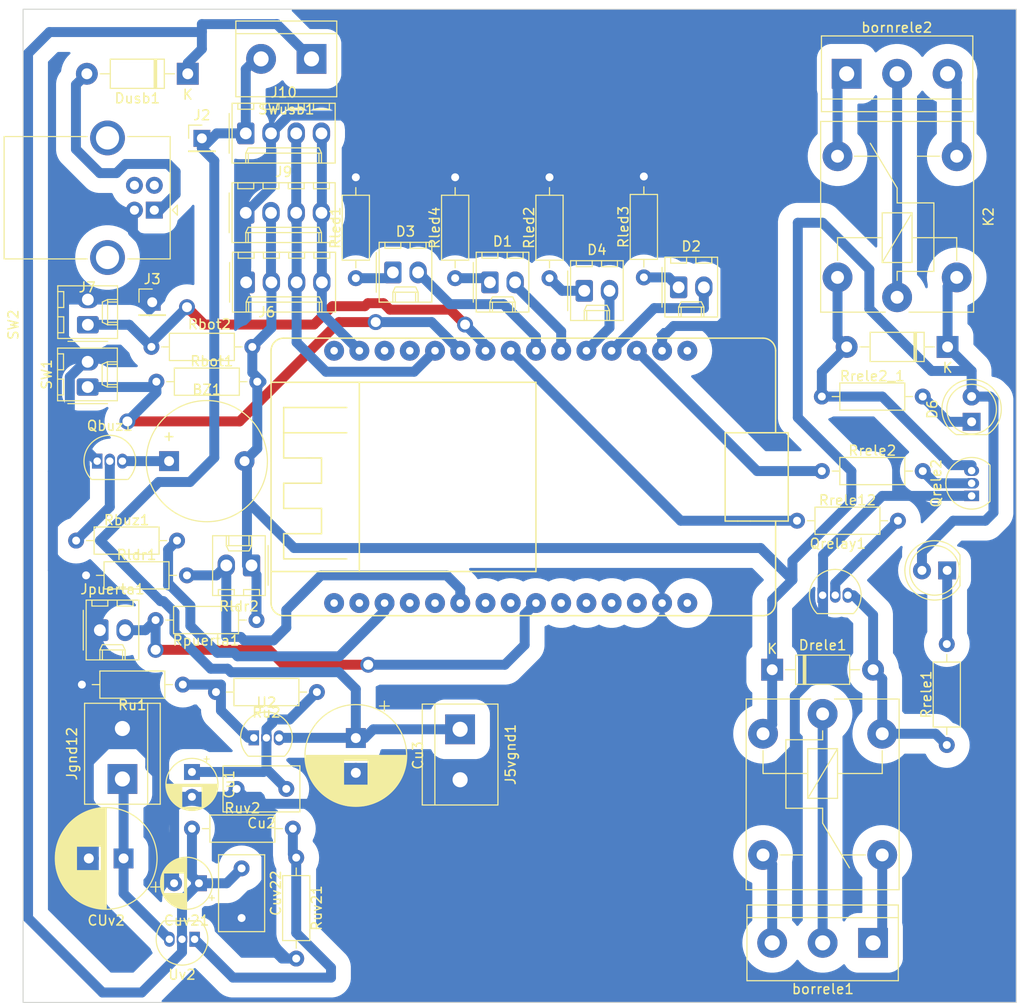
<source format=kicad_pcb>
(kicad_pcb (version 20240108) (generator "pcbnew") (generator_version "8.0")
  (layers (0 "F.Cu" signal) (31 "B.Cu" signal) (34 "B.Paste" user) (35 "F.Paste" user) (36 "B.SilkS" user "B.Silkscreen") (37 "F.SilkS" user "F.Silkscreen") (38 "B.Mask" user) (39 "F.Mask" user) (44 "Edge.Cuts" user))
  (net 0 "")
  (net 1 "Net-(BZ1--)")
  (net 2 "+3.3V")
  (net 3 "+5V")
  (net 4 "GND")
  (net 5 "+3V3")
  (net 6 "+12V")
  (net 7 "5V PREVIO AL SWITCH")
  (net 8 "Net-(D1-K)")
  (net 9 "LED-B2")
  (net 10 "Net-(D2-K)")
  (net 11 "LED-A2")
  (net 12 "Net-(D3-K)")
  (net 13 "LED-A1")
  (net 14 "Net-(D4-K)")
  (net 15 "LED-B1")
  (net 16 "Net-(D5-K)")
  (net 17 "Net-(D6-K)")
  (net 18 "Net-(borrele1-Pin_1)")
  (net 19 "Net-(borrele1-Pin_2)")
  (net 20 "Net-(borrele1-Pin_3)")
  (net 21 "Net-(Drele1-A)")
  (net 22 "Net-(Dusb1-A)")
  (net 26 "PUERTA")
  (net 28 "Net-(Qbuz1-B)")
  (net 29 "RELE_B")
  (net 30 "RELE_A")
  (net 31 "BOT_B")
  (net 32 "BOT_A")
  (net 33 "Net-(U2-ADJ)")
  (net 34 "BUZZER")
  (net 35 "LDR")
  (net 42 "SCL")
  (net 44 "SDA")
  (net 47 "Net-(Uv2-ADJ)")
  (net 48 "Net-(Qrelay1-B)")
  (net 49 "Net-(bornrele2-Pin_3)")
  (net 50 "Net-(bornrele2-Pin_1)")
  (net 51 "Net-(bornrele2-Pin_2)")
  (net 52 "Net-(Qrele2-B)")
  (net 53 "Net-(Drele12-A)")
  (net 58 "+15V")
  (footprint "Capacitor_THT:CP_Radial_D10.0mm_P3.50mm" (layer "F.Cu") (at 68 101.882323 -90)
    (property "Reference" "Cu3")
    (property "Value" "100uF")
  )
  (footprint "Resistor_THT:R_Axial_DIN0207_L6.3mm_D2.5mm_P10.16mm_Horizontal" (layer "F.Cu") (at 47.42 62.5)
    (property "Reference" "Rbot2")
    (property "Value" "10K")
  )
  (footprint "Resistor_THT:R_Axial_DIN0207_L6.3mm_D2.5mm_P10.16mm_Horizontal" (layer "F.Cu") (at 114.92 75)
    (property "Reference" "Rrele2")
    (property "Value" "R_US")
  )
  (footprint "Connector_PinHeader_2.54mm:PinHeader_1x01_P2.54mm_Vertical" (layer "F.Cu") (at 47.5 58)
    (property "Reference" "J3")
    (property "Value" "Conn_01x01_Pin")
  )
  (footprint "Capacitor_THT:CP_Radial_D5.0mm_P2.50mm" (layer "F.Cu") (at 52.205113 116.5 180)
    (property "Reference" "Cuv21")
    (property "Value" "10uF")
  )
  (footprint "Connector_Molex:Molex_KK-254_AE-6410-04A_1x04_P2.54mm_Vertical" (layer "F.Cu") (at 56.92 49)
    (property "Reference" "J9")
    (property "Value" "Conn_01x04_Pin")
  )
  (footprint "Resistor_THT:R_Axial_DIN0207_L6.3mm_D2.5mm_P10.16mm_Horizontal" (layer "F.Cu") (at 40.84 85.5)
    (property "Reference" "Rldr1")
    (property "Value" "22K")
  )
  (footprint "Connector_Molex:Molex_KK-254_AE-6410-04A_1x04_P2.54mm_Vertical" (layer "F.Cu") (at 56.92 41)
    (property "Reference" "J10")
    (property "Value" "Conn_01x04_Pin" (hide yes))
  )
  (footprint "Resistor_THT:R_Axial_DIN0207_L6.3mm_D2.5mm_P10.16mm_Horizontal" (layer "F.Cu") (at 62 113.92 -90)
    (property "Reference" "Ruv21")
    (property "Value" "560")
  )
  (footprint "Resistor_THT:R_Axial_DIN0207_L6.3mm_D2.5mm_P10.16mm_Horizontal" (layer "F.Cu") (at 112.42 80)
    (property "Reference" "Rrele12")
    (property "Value" "R_US")
  )
  (footprint "Resistor_THT:R_Axial_DIN0207_L6.3mm_D2.5mm_P10.16mm_Horizontal" (layer "F.Cu") (at 50.58 96.5 180)
    (property "Reference" "Ru1")
    (property "Value" "560")
  )
  (footprint "DOIT_ESP32:DOIT_ESP32_Devkit_mirko" (layer "F.Cu") (at 110.265 61.6175 -90)
    (property "Reference" "U1" (hide yes))
    (property "Value" "ESP32-Devkit-V1")
  )
  (footprint "Package_TO_SOT_THT:TO-92_Inline" (layer "F.Cu") (at 115 87.5)
    (property "Reference" "Qrelay1")
    (property "Value" "S8050")
  )
  (footprint "Resistor_THT:R_Axial_DIN0207_L6.3mm_D2.5mm_P10.16mm_Horizontal" (layer "F.Cu") (at 78 55.58 90)
    (property "Reference" "Rled4")
    (property "Value" "R_US")
  )
  (footprint "Capacitor_THT:CP_Radial_D5.0mm_P2.50mm" (layer "F.Cu") (at 51.5 105.294888 -90)
    (property "Reference" "Cu1")
    (property "Value" "10uF")
  )
  (footprint "Connector_Molex:Molex_KK-254_AE-6410-04A_1x04_P2.54mm_Vertical" (layer "F.Cu") (at 56.96 56)
    (property "Reference" "J6")
    (property "Value" "Conn_01x04_Pin")
  )
  (footprint "Connector_Molex:Molex_KK-254_AE-6410-02A_1x02_P2.54mm_Vertical" (layer "F.Cu") (at 42.23 91.02)
    (property "Reference" "Jpuerta1")
    (property "Value" "Conn_01x02_Pin")
  )
  (footprint "Resistor_THT:R_Axial_DIN0207_L6.3mm_D2.5mm_P10.16mm_Horizontal" (layer "F.Cu") (at 87.5 55.58 90)
    (property "Reference" "Rled2")
    (property "Value" "R_US")
  )
  (footprint "Relay_THT:Relay_SPDT_Finder_36.11" (layer "F.Cu") (at 122.5 57.5 90)
    (property "Reference" "K2")
    (property "Value" "Relay_SPDT")
  )
  (footprint "Capacitor_THT:CP_Radial_D10.0mm_P3.50mm" (layer "F.Cu") (at 44.617677 114 180)
    (property "Reference" "CUv2")
    (property "Value" "100uF")
  )
  (footprint "Connector_Molex:Molex_KK-254_AE-6410-02A_1x02_P2.54mm_Vertical" (layer "F.Cu") (at 57.5 84.5 180)
    (property "Reference" "Rldr2")
    (property "Value" "LDR03")
  )
  (footprint "Package_TO_SOT_THT:TO-92_Inline" (layer "F.Cu") (at 130 77.5 90)
    (property "Reference" "Qrele2")
    (property "Value" "S8050")
  )
  (footprint "Resistor_THT:R_Axial_DIN0207_L6.3mm_D2.5mm_P10.16mm_Horizontal" (layer "F.Cu") (at 127.5 102.58 90)
    (property "Reference" "Rrele1")
    (property "Value" "100" (hide yes))
  )
  (footprint "Diode_THT:D_DO-41_SOD81_P10.16mm_Horizontal" (layer "F.Cu") (at 109.92 95)
    (property "Reference" "Drele1")
    (property "Value" "1N4007")
  )
  (footprint "Buzzer_Beeper:Buzzer_12x9.5RM7.6" (layer "F.Cu") (at 49.2 74)
    (property "Reference" "BZ1")
    (property "Value" "Buzzer" (hide yes))
  )
  (footprint "Resistor_THT:R_Axial_DIN0207_L6.3mm_D2.5mm_P10.16mm_Horizontal" (layer "F.Cu") (at 58 90 180)
    (property "Reference" "Rpuerta1")
    (property "Value" "R_US" (hide yes))
  )
  (footprint "Resistor_THT:R_Axial_DIN0207_L6.3mm_D2.5mm_P10.16mm_Horizontal" (layer "F.Cu") (at 51.5 111)
    (property "Reference" "Ruv2")
    (property "Value" "330")
  )
  (footprint "LED_THT:LED_D5.0mm" (layer "F.Cu") (at 130 70.04 90)
    (property "Reference" "D6")
    (property "Value" "led_rele2")
  )
  (footprint "Diode_THT:D_DO-41_SOD81_P10.16mm_Horizontal" (layer "F.Cu") (at 127.58 62.5 180)
    (property "Reference" "Drele12" (hide yes))
    (property "Value" "1N4007")
  )
  (footprint "LED_THT:LED_D5.0mm" (layer "F.Cu") (at 127.54 85 180)
    (property "Reference" "D5" (hide yes))
    (property "Value" "LEDrele1" (hide yes))
  )
  (footprint "Resistor_THT:R_Axial_DIN0207_L6.3mm_D2.5mm_P10.16mm_Horizontal" (layer "F.Cu") (at 64.08 97.25 180)
    (property "Reference" "Ru2")
    (property "Value" "330")
  )
  (footprint "Capacitor_THT:C_Disc_D7.5mm_W4.4mm_P5.00mm" (layer "F.Cu") (at 61 107 180)
    (property "Reference" "Cu2")
    (property "Value" "100uF")
  )
  (footprint "Relay_THT:Relay_SPDT_Finder_36.11" (layer "F.Cu") (at 115 99.45 -90)
    (property "Reference" "K1" (hide yes))
    (property "Value" "Relay_SPDT" (hide yes))
  )
  (footprint "Resistor_THT:R_Axial_DIN0207_L6.3mm_D2.5mm_P10.16mm_Horizontal" (layer "F.Cu") (at 39.84 82)
    (property "Reference" "Rbuz1")
    (property "Value" "22k")
  )
  (footprint "Diode_THT:D_DO-41_SOD81_P10.16mm_Horizontal" (layer "F.Cu") (at 51.08 35 180)
    (property "Reference" "Dusb1")
    (property "Value" "1N4007")
  )
  (footprint "Connector_Molex:Molex_KK-254_AE-6410-02A_1x02_P2.54mm_Vertical" (layer "F.Cu") (at 41 66.54 90)
    (property "Reference" "SW1")
    (property "Value" "SW_Push")
  )
  (footprint "Connector_Molex:Molex_KK-254_AE-6410-02A_1x02_P2.54mm_Vertical" (layer "F.Cu") (at 100.5 56.5)
    (property "Reference" "D2")
    (property "Value" "LED")
  )
  (footprint "Resistor_THT:R_Axial_DIN0207_L6.3mm_D2.5mm_P10.16mm_Horizontal" (layer "F.Cu") (at 47.92 66)
    (property "Reference" "Rbot1")
    (property "Value" "10K")
  )
  (footprint "TerminalBlock:TerminalBlock_bornier-2_P5.08mm" (layer "F.Cu") (at 63.54 33.5 180)
    (property "Reference" "SWusb1")
    (property "Value" "SW_DPST_x2")
  )
  (footprint "Connector_PinHeader_2.54mm:PinHeader_1x01_P2.54mm_Vertical" (layer "F.Cu") (at 52.5 41.5)
    (property "Reference" "J2")
    (property "Value" "Conn_01x01_Pin")
  )
  (footprint "Package_TO_SOT_THT:TO-92_Inline" (layer "F.Cu") (at 57.73 101.86)
    (property "Reference" "U2")
    (property "Value" "LM317L_TO92")
  )
  (footprint "Resistor_THT:R_Axial_DIN0207_L6.3mm_D2.5mm_P10.16mm_Horizontal" (layer "F.Cu") (at 97 55.5 90)
    (property "Reference" "Rled3")
    (property "Value" "1,6")
  )
  (footprint "Connector_Molex:Molex_KK-254_AE-6410-02A_1x02_P2.54mm_Vertical" (layer "F.Cu") (at 81.5 56)
    (property "Reference" "D1")
    (property "Value" "LED")
  )
  (footprint "Connector_Molex:Molex_KK-254_AE-6410-02A_1x02_P2.54mm_Vertical" (layer "F.Cu") (at 41.02 60.27 90)
    (property "Reference" "SW2")
    (property "Value" "SW_Push")
  )
  (footprint "TerminalBlock:TerminalBlock_bornier-3_P5.08mm" (layer "F.Cu") (at 117.42 35)
    (property "Reference" "bornrele2")
    (property "Value" "Screw_Terminal_01x03")
  )
  (footprint "TerminalBlock:TerminalBlock_bornier-2_P5.08mm" (layer "F.Cu") (at 78.5 101 -90)
    (property "Reference" "J5vgnd1")
    (property "Value" "Screw_Terminal_01x02" (hide yes))
  )
  (footprint "Connector_USB:USB_B_OST_USB-B1HSxx_Horizontal" (layer "F.Cu") (at 47.71 48.73 180)
    (property "Reference" "J7")
    (property "Value" "USB_B")
  )
  (footprint "Package_TO_SOT_THT:TO-92_Inline" (layer "F.Cu") (at 51.77 122.14 180)
    (property "Reference" "Uv2")
    (property "Value" "LM317L_TO92")
  )
  (footprint "Connector_Molex:Molex_KK-254_AE-6410-02A_1x02_P2.54mm_Vertical" (layer "F.Cu") (at 91 56.85)
    (property "Reference" "D4")
    (property "Value" "LED")
  )
  (footprint "Package_TO_SOT_THT:TO-92_Inline" (layer "F.Cu") (at 41.96 74)
    (property "Reference" "Qbuz1")
    (property "Value" "S8050")
  )
  (footprint "TerminalBlock:TerminalBlock_bornier-2_P5.08mm" (layer "F.Cu") (at 44.5 106 90)
    (property "Reference" "Jgnd12")
    (property "Value" "Screw_Terminal_01x02")
  )
  (footprint "Resistor_THT:R_Axial_DIN0207_L6.3mm_D2.5mm_P10.16mm_Horizontal" (layer "F.Cu") (at 68 55.58 90)
    (property "Reference" "Rled1")
    (property "Value" "1,6")
  )
  (footprint "Connector_Molex:Molex_KK-254_AE-6410-02A_1x02_P2.54mm_Vertical" (layer "F.Cu") (at 71.73 55)
    (property "Reference" "D3")
    (property "Value" "LED")
  )
  (footprint "Resistor_THT:R_Axial_DIN0207_L6.3mm_D2.5mm_P10.16mm_Horizontal" (layer "F.Cu") (at 114.92 67.5)
    (property "Reference" "Rrele2_1")
    (property "Value" "100")
  )
  (footprint "TerminalBlock:TerminalBlock_bornier-3_P5.08mm" (layer "F.Cu") (at 120.08 122.5 180)
    (property "Reference" "borrele1")
    (property "Value" "Screw_Terminal_01x03" (hide yes))
  )
  (footprint "Capacitor_THT:C_Disc_D7.5mm_W4.4mm_P5.00mm" (layer "F.Cu") (at 56.5 115 -90)
    (property "Reference" "Cuv22")
    (property "Value" "100uF")
  )
  (gr_rect (start 34.5 28.5) (end 134.5 128.5) (stroke (width 0.1)) (fill none) (layer "Edge.Cuts"))
  (segment (start 44.5 74) (end 49.2 74) (width 1) (layer "B.Cu") (net 1))
  (segment (start 130 67.5) (end 130 64.92) (width 1) (layer "B.Cu") (net 2))
  (segment (start 58 90) (end 58 85.46) (width 1) (layer "B.Cu") (net 2))
  (segment (start 58.5 66) (end 57.58 65.08) (width 1) (layer "B.Cu") (net 2))
  (segment (start 131.86 67.5) (end 130 67.5) (width 1) (layer "B.Cu") (net 2))
  (segment (start 58.08 72.72) (end 56.8 74) (width 1) (layer "B.Cu") (net 2))
  (segment (start 59.5 60.58) (end 59.5 56) (width 1) (layer "B.Cu") (net 2))
  (segment (start 56.8 74) (end 56.8 74.3) (width 1) (layer "B.Cu") (net 2))
  (segment (start 115 50) (end 112.5 50) (width 1) (layer "B.Cu") (net 2))
  (segment (start 109.92 100.53) (end 109 101.45) (width 1) (layer "B.Cu") (net 2))
  (segment (start 128.14 80) (end 131.375 80) (width 1) (layer "B.Cu") (net 2))
  (segment (start 119.7 54.7) (end 115 50) (width 1) (layer "B.Cu") (net 2))
  (segment (start 57.04 74.54) (end 57.04 78) (width 1) (layer "B.Cu") (net 2))
  (segment (start 57.58 65.08) (end 57.58 62.5) (width 1) (layer "B.Cu") (net 2))
  (segment (start 112.5 50) (end 112.5 69.610151) (width 1) (layer "B.Cu") (net 2))
  (segment (start 119.7 58.659798) (end 119.7 54.7) (width 1) (layer "B.Cu") (net 2))
  (segment (start 111.956547 84.043453) (end 111.956547 85.956547) (width 1) (layer "B.Cu") (net 2))
  (segment (start 61.79 82.75) (end 57.04 78) (width 1) (layer "B.Cu") (net 2))
  (segment (start 111.956547 85.956547) (end 108.75 82.75) (width 1) (layer "B.Cu") (net 2))
  (segment (start 59.46 55.96) (end 59.5 56) (width 1) (layer "B.Cu") (net 2))
  (segment (start 125 83.14) (end 128.14 80) (width 1) (layer "B.Cu") (net 2))
  (segment (start 109.92 95) (end 109.92 100.53) (width 1) (layer "B.Cu") (net 2))
  (segment (start 56.8 74.3) (end 57.04 74.54) (width 1) (layer "B.Cu") (net 2))
  (segment (start 58 85.46) (end 57.04 84.5) (width 1) (layer "B.Cu") (net 2))
  (segment (start 59.46 49) (end 59.46 55.96) (width 1) (layer "B.Cu") (net 2))
  (segment (start 108.75 82.75) (end 61.79 82.75) (width 1) (layer "B.Cu") (net 2))
  (segment (start 125 85) (end 125 83.14) (width 1) (layer "B.Cu") (net 2))
  (segment (start 132.2 79.175) (end 132.2 67.84) (width 1) (layer "B.Cu") (net 2))
  (segment (start 130 64.92) (end 125.960202 64.92) (width 1) (layer "B.Cu") (net 2))
  (segment (start 117.889849 78.110151) (end 111.956547 84.043453) (width 1) (layer "B.Cu") (net 2))
  (segment (start 112.5 69.610151) (end 117.889849 75) (width 1) (layer "B.Cu") (net 2))
  (segment (start 117.889849 75) (end 117.889849 78.110151) (width 1) (layer "B.Cu") (net 2))
  (segment (start 109.92 87.993095) (end 109.92 95) (width 1) (layer "B.Cu") (net 2))
  (segment (start 127.58 56.42) (end 128.5 55.5) (width 1) (layer "B.Cu") (net 2))
  (segment (start 58.08 66) (end 58.08 72.72) (width 1) (layer "B.Cu") (net 2))
  (segment (start 130 64.92) (end 127.58 62.5) (width 1) (layer "B.Cu") (net 2))
  (segment (start 125.960202 64.92) (end 119.7 58.659798) (width 1) (layer "B.Cu") (net 2))
  (segment (start 127.58 62.5) (end 127.58 56.42) (width 1) (layer "B.Cu") (net 2))
  (segment (start 57.04 78) (end 57.04 84.5) (width 1) (layer "B.Cu") (net 2))
  (segment (start 132.2 67.84) (end 131.86 67.5) (width 1) (layer "B.Cu") (net 2))
  (segment (start 111.956547 85.956547) (end 109.92 87.993095) (width 1) (layer "B.Cu") (net 2))
  (segment (start 131.375 80) (end 132.2 79.175) (width 1) (layer "B.Cu") (net 2))
  (segment (start 57.58 62.5) (end 59.5 60.58) (width 1) (layer "B.Cu") (net 2))
  (segment (start 58.08 66) (end 58.5 66) (width 1) (layer "B.Cu") (net 2))
  (segment (start 48.35 88.1) (end 42.25 82) (width 1) (layer "B.Cu") (net 3))
  (segment (start 49.74 91.24) (end 49.74 89.212994) (width 1) (layer "B.Cu") (net 3))
  (segment (start 68.882323 101.882323) (end 69.764646 101) (width 1) (layer "B.Cu") (net 3))
  (segment (start 42.25 82) (end 48.15 76.1) (width 1) (layer "B.Cu") (net 3))
  (segment (start 56.92 34.54) (end 56.92 41) (width 1) (layer "B.Cu") (net 3))
  (segment (start 66.299849 95.25) (end 55.432742 95.25) (width 1) (layer "B.Cu") (net 3))
  (segment (start 60.27 101.86) (end 67.977677 101.86) (width 1) (layer "B.Cu") (net 3))
  (segment (start 69.764646 101) (end 78.5 101) (width 1) (layer "B.Cu") (net 3))
  (segment (start 51.3 76.1) (end 53.75 73.65) (width 1) (layer "B.Cu") (net 3))
  (segment (start 49.74 89.212994) (end 48.627006 88.1) (width 1) (layer "B.Cu") (net 3))
  (segment (start 53.4 94.9) (end 49.74 91.24) (width 1) (layer "B.Cu") (net 3))
  (segment (start 55.432742 95.25) (end 55.082742 94.9) (width 1) (layer "B.Cu") (net 3))
  (segment (start 48.627006 88.1) (end 48.35 88.1) (width 1) (layer "B.Cu") (net 3))
  (segment (start 56.42 41.5) (end 56.92 41) (width 1) (layer "B.Cu") (net 3))
  (segment (start 52.5 42.5) (end 54 41) (width 1) (layer "B.Cu") (net 3))
  (segment (start 55.082742 94.9) (end 53.4 94.9) (width 1) (layer "B.Cu") (net 3))
  (segment (start 53.75 43.75) (end 52.5 42.5) (width 1) (layer "B.Cu") (net 3))
  (segment (start 52.5 42) (end 52.5 42.5) (width 1) (layer "B.Cu") (net 3))
  (segment (start 54 41) (end 56.92 41) (width 1) (layer "B.Cu") (net 3))
  (segment (start 58.46 33) (end 56.92 34.54) (width 1) (layer "B.Cu") (net 3))
  (segment (start 53.75 73.65) (end 53.75 43.75) (width 1) (layer "B.Cu") (net 3))
  (segment (start 68 101.882323) (end 68 96.950151) (width 1) (layer "B.Cu") (net 3))
  (segment (start 53 41.5) (end 52.5 42) (width 1) (layer "B.Cu") (net 3))
  (segment (start 48.15 76.1) (end 51.3 76.1) (width 1) (layer "B.Cu") (net 3))
  (segment (start 67.977677 101.86) (end 68 101.882323) (width 1) (layer "B.Cu") (net 3))
  (segment (start 68 101.882323) (end 68.882323 101.882323) (width 1) (layer "B.Cu") (net 3))
  (segment (start 68 96.950151) (end 66.299849 95.25) (width 1) (layer "B.Cu") (net 3))
  (segment (start 98.837792 61.557208) (end 98.837792 62.884708) (width 1) (layer "B.Cu") (net 4))
  (segment (start 96.92 45.42) (end 97 45.34) (width 1) (layer "B.Cu") (net 4))
  (segment (start 49.705113 108.384663) (end 50.294888 107.794888) (width 1) (layer "B.Cu") (net 4))
  (segment (start 37.5 85) (end 37.5 75) (width 1) (layer "B.Cu") (net 4))
  (segment (start 39.205 65.51957) (end 39.205 71.245) (width 1) (layer "B.Cu") (net 4))
  (segment (start 38 85.5) (end 37.5 85) (width 1) (layer "B.Cu") (net 4))
  (segment (start 38.925 57.73) (end 38.625 58.03) (width 1) (layer "B.Cu") (net 4))
  (segment (start 40 93.25) (end 42.23 91.02) (width 1) (layer "B.Cu") (net 4))
  (segment (start 57.5 108.5) (end 58.5 108.5) (width 1) (layer "B.Cu") (net 4))
  (segment (start 115.045 83.455) (end 121 77.5) (width 1) (layer "B.Cu") (net 4))
  (segment (start 41.117677 114) (end 41.117677 104.302323) (width 1) (layer "B.Cu") (net 4))
  (segment (start 58.5 108.5) (end 64.882323 108.5) (width 1) (layer "B.Cu") (net 4))
  (segment (start 66.705 39.205) (end 67.5 40) (width 1) (layer "B.Cu") (net 4))
  (segment (start 56.96 49.04) (end 56.92 49) (width 1) (layer "B.Cu") (net 4))
  (segment (start 68 40.5) (end 68 45.42) (width 1) (layer "B.Cu") (net 4))
  (segment (start 56 107) (end 57.5 108.5) (width 1) (layer "B.Cu") (net 4))
  (segment (start 121 77.5) (end 130 77.5) (width 1) (layer "B.Cu") (net 4))
  (segment (start 47.5 58) (end 48 58) (width 1) (layer "B.Cu") (net 4))
  (segment (start 100 60.395) (end 98.837792 61.557208) (width 1) (layer "B.Cu") (net 4))
  (segment (start 38.625 61.625) (end 41 64) (width 1) (layer "B.Cu") (net 4))
  (segment (start 68 45.42) (end 96.92 45.42) (width 1) (layer "B.Cu") (net 4))
  (segment (start 40.42 96.84) (end 44.5 100.92) (width 1) (layer "B.Cu") (net 4))
  (segment (start 40.84 89.63) (end 42.23 91.02) (width 1) (layer "B.Cu") (net 4))
  (segment (start 68 105.382323) (end 77.802323 105.382323) (width 1) (layer "B.Cu") (net 4))
  (segment (start 47.3 104.8) (end 50.294888 107.794888) (width 1) (layer "B.Cu") (net 4))
  (segment (start 39.205 71.245) (end 40.23 72.27) (width 1) (layer "B.Cu") (net 4))
  (segment (start 59.46 41) (end 61.255 39.205) (width 1) (layer "B.Cu") (net 4))
  (segment (start 115.045 94.78373) (end 115.045 83.455) (width 1) (layer "B.Cu") (net 4))
  (segment (start 105.21 53.55) (end 105.21 59.79) (width 1) (layer "B.Cu") (net 4))
  (segment (start 49.26 56.24) (end 48.12 57.38) (width 1) (layer "B.Cu") (net 4))
  (segment (start 38.625 58.03) (end 38.625 61.625) (width 1) (layer "B.Cu") (net 4))
  (segment (start 112.2 102.96127) (end 112.2 97.62873) (width 1) (layer "B.Cu") (net 4))
  (segment (start 40.42 93.67) (end 40.42 96.5) (width 1) (layer "B.Cu") (net 4))
  (segment (start 47.5 58) (end 49.26 56.24) (width 1) (layer "B.Cu") (net 4))
  (segment (start 56.92 49) (end 59.46 46.46) (width 1) (layer "B.Cu") (net 4))
  (segment (start 55.205112 107.794888) (end 56 107) (width 1) (layer "B.Cu") (net 4))
  (segment (start 49.26 56.24) (end 49.26 54.635) (width 1) (layer "B.Cu") (net 4))
  (segment (start 56.5 120) (end 59 117.5) (width 1) (layer "B.Cu") (net 4))
  (segment (start 50.294888 107.794888) (end 51.5 107.794888) (width 1) (layer "B.Cu") (net 4))
  (segment (start 77.802323 105.382323) (end 78.5 106.08) (width 1) (layer "B.Cu") (net 4))
  (segment (start 61.255 39.205) (end 66.705 39.205) (width 1) (layer "B.Cu") (net 4))
  (segment (start 49.26 54.635) (end 45.56 50.935) (width 1) (layer "B.Cu") (net 4))
  (segment (start 59 117.5) (end 59 109.5) (width 1) (layer "B.Cu") (net 4))
  (segment (start 104.605 60.395) (end 100 60.395) (width 1) (layer "B.Cu") (net 4))
  (segment (start 105.21 59.79) (end 104.605 60.395) (width 1) (layer "B.Cu") (net 4))
  (segment (start 40.72457 64) (end 39.205 65.51957) (width 1) (layer "B.Cu") (net 4))
  (segment (start 109.08127 106.08) (end 112.2 102.96127) (width 1) (layer "B.Cu") (net 4))
  (segment (start 58.5 109) (end 58.5 108.5) (width 1) (layer "B.Cu") (net 4))
  (segment (start 67.5 40) (end 68 40.5) (width 1) (layer "B.Cu") (net 4))
  (segment (start 41.02 57.73) (end 38.925 57.73) (width 1) (layer "B.Cu") (net 4))
  (segment (start 47.23 57.73) (end 47.5 58) (width 1) (layer "B.Cu") (net 4))
  (segment (start 40.23 72.27) (end 41.96 74) (width 1) (layer "B.Cu") (net 4))
  (segment (start 64.882323 108.5) (end 68 105.382323) (width 1) (layer "B.Cu") (net 4))
  (segment (start 44.5 100.92) (end 47.3 103.72) (width 1) (layer "B.Cu") (net 4))
  (segment (start 40.84 85.5) (end 38 85.5) (width 1) (layer "B.Cu") (net 4))
  (segment (start 40.84 85.5) (end 40.84 89.63) (width 1) (layer "B.Cu") (net 4))
  (segment (start 49.705113 116.5) (end 49.705113 108.384663) (width 1) (layer "B.Cu") (net 4))
  (segment (start 51.5 107.794888) (end 55.205112 107.794888) (width 1) (layer "B.Cu") (net 4))
  (segment (start 40 93.25) (end 40.42 93.67) (width 1) (layer "B.Cu") (net 4))
  (segment (start 59 109.5) (end 58.5 109) (width 1) (layer "B.Cu") (net 4))
  (segment (start 59.46 46.46) (end 59.46 41) (width 1) (layer "B.Cu") (net 4))
  (segment (start 115 85.458679) (end 115 87.5) (width 1) (layer "B.Cu") (net 4))
  (segment (start 40.42 96.5) (end 40.42 96.84) (width 1) (layer "B.Cu") (net 4))
  (segment (start 41 64) (end 40.72457 64) (width 1) (layer "B.Cu") (net 4))
  (segment (start 45.56 50.935) (end 45.56 48.73) (width 1) (layer "B.Cu") (net 4))
  (segment (start 41.02 57.73) (end 47.23 57.73) (width 1) (layer "B.Cu") (net 4))
  (segment (start 37.5 75) (end 40.23 72.27) (width 1) (layer "B.Cu") (net 4))
  (segment (start 78.5 106.08) (end 109.08127 106.08) (width 1) (layer "B.Cu") (net 4))
  (segment (start 60.58 124.08) (end 56.5 120) (width 1) (layer "B.Cu") (net 4))
  (segment (start 41.117677 104.302323) (end 44.5 100.92) (width 1) (layer "B.Cu") (net 4))
  (segment (start 62 124.08) (end 60.58 124.08) (width 1) (layer "B.Cu") (net 4))
  (segment (start 47.3 103.72) (end 47.3 104.8) (width 1) (layer "B.Cu") (net 4))
  (segment (start 112.2 97.62873) (end 115.045 94.78373) (width 1) (layer "B.Cu") (net 4))
  (segment (start 56.96 56) (end 56.96 49.04) (width 1) (layer "B.Cu") (net 4))
  (segment (start 97 45.34) (end 105.21 53.55) (width 1) (layer "B.Cu") (net 4))
  (segment (start 59.596903 100.01) (end 59.596903 100.351727) (width 1) (layer "B.Cu") (net 5))
  (segment (start 64.08 97.25) (end 61.32 100.01) (width 1) (layer "B.Cu") (net 5))
  (segment (start 59.596903 100.351727) (end 59 100.94863) (width 1) (layer "B.Cu") (net 5))
  (segment (start 59 100.94863) (end 59 101.86) (width 1) (layer "B.Cu") (net 5))
  (segment (start 61.32 100.01) (end 59.596903 100.01) (width 1) (layer "B.Cu") (net 5))
  (segment (start 58.705112 105.294888) (end 59 105) (width 1) (layer "B.Cu") (net 5))
  (segment (start 51.5 105.294888) (end 58.705112 105.294888) (width 1) (layer "B.Cu") (net 5))
  (segment (start 59 101.86) (end 59 105) (width 1) (layer "B.Cu") (net 5))
  (segment (start 59 105) (end 61 107) (width 1) (layer "B.Cu") (net 5))
  (segment (start 44.617677 114) (end 44.617677 117.527677) (width 1) (layer "B.Cu") (net 6))
  (segment (start 44.617677 114) (end 44.617677 106.117677) (width 1) (layer "B.Cu") (net 6))
  (segment (start 44.617677 117.527677) (end 49.23 122.14) (width 1) (layer "B.Cu") (net 6))
  (segment (start 44.617677 106.117677) (end 44.5 106) (width 1) (layer "B.Cu") (net 6))
  (segment (start 51.08 35) (end 51.08 33.92) (width 1) (layer "B.Cu") (net 7))
  (segment (start 52.205113 116.5) (end 55 116.5) (width 1) (layer "B.Cu") (net 7))
  (segment (start 35 120) (end 42.5 127.5) (width 1) (layer "B.Cu") (net 7))
  (segment (start 52.5 30.776059) (end 52.476059 30.8) (width 1) (layer "B.Cu") (net 7))
  (segment (start 51.5 111) (end 51.5 115.794887) (width 1) (layer "B.Cu") (net 7))
  (segment (start 50.5 123.44) (end 50.5 122.14) (width 1) (layer "B.Cu") (net 7))
  (segment (start 60.04 30) (end 52.5 30) (width 1) (layer "B.Cu") (net 7))
  (segment (start 52.476059 30.8) (end 37.154416 30.8) (width 1) (layer "B.Cu") (net 7))
  (segment (start 50.5 118.205113) (end 50.5 122.14) (width 1) (layer "B.Cu") (net 7))
  (segment (start 42.5 127.5) (end 46.44 127.5) (width 1) (layer "B.Cu") (net 7))
  (segment (start 51.5 115.794887) (end 52.205113 116.5) (width 1) (layer "B.Cu") (net 7))
  (segment (start 37.154416 30.8) (end 35 32.954416) (width 1) (layer "B.Cu") (net 7))
  (segment (start 52.5 32.5) (end 52.5 30) (width 1) (layer "B.Cu") (net 7))
  (segment (start 52.205113 116.5) (end 50.5 118.205113) (width 1) (layer "B.Cu") (net 7))
  (segment (start 35 32.954416) (end 35 120) (width 1) (layer "B.Cu") (net 7))
  (segment (start 46.44 127.5) (end 50.5 123.44) (width 1) (layer "B.Cu") (net 7))
  (segment (start 63.54 33.5) (end 60.04 30) (width 1) (layer "B.Cu") (net 7))
  (segment (start 55 116.5) (end 56.5 115) (width 1) (layer "B.Cu") (net 7))
  (segment (start 51.08 33.92) (end 52.5 32.5) (width 1) (layer "B.Cu") (net 7))
  (segment (start 78 55.58) (end 81.08 55.58) (width 1) (layer "B.Cu") (net 8))
  (segment (start 81.08 55.58) (end 81.5 56) (width 1) (layer "B.Cu") (net 8))
  (segment (start 84.04 56) (end 84.04 56.29) (width 1) (layer "B.Cu") (net 9))
  (segment (start 84.04 56.29) (end 88.675 60.925) (width 1) (layer "B.Cu") (net 9))
  (segment (start 88.675 60.925) (end 88.675 62.8875) (width 1) (layer "B.Cu") (net 9))
  (segment (start 97 55.5) (end 99.5 55.5) (width 1) (layer "B.Cu") (net 10))
  (segment (start 99.5 55.5) (end 100.5 56.5) (width 1) (layer "B.Cu") (net 10))
  (segment (start 98.0475 58.595) (end 93.755 62.8875) (width 1) (layer "B.Cu") (net 11))
  (segment (start 103.04 58.595) (end 98.0475 58.595) (width 1) (layer "B.Cu") (net 11))
  (segment (start 103.04 56.5) (end 103.04 58.595) (width 1) (layer "B.Cu") (net 11))
  (segment (start 68 55.58) (end 71.15 55.58) (width 1) (layer "B.Cu") (net 12))
  (segment (start 71.15 55.58) (end 71.73 55) (width 1) (layer "B.Cu") (net 12))
  (segment (start 77.465 58.195) (end 82.856713 58.195) (width 1) (layer "B.Cu") (net 13))
  (segment (start 86.135 61.473287) (end 86.135 62.8875) (width 1) (layer "B.Cu") (net 13))
  (segment (start 82.856713 58.195) (end 86.135 61.473287) (width 1) (layer "B.Cu") (net 13))
  (segment (start 74.27 55) (end 77.465 58.195) (width 1) (layer "B.Cu") (net 13))
  (segment (start 88.77 56.85) (end 87.5 55.58) (width 1) (layer "B.Cu") (net 14))
  (segment (start 91 56.85) (end 88.77 56.85) (width 1) (layer "B.Cu") (net 14))
  (segment (start 93.54 60.5625) (end 91.215 62.8875) (width 1) (layer "B.Cu") (net 15))
  (segment (start 93.54 56.85) (end 93.54 60.5625) (width 1) (layer "B.Cu") (net 15))
  (segment (start 127.54 92.38) (end 127.5 92.42) (width 1) (layer "B.Cu") (net 16))
  (segment (start 127.54 85) (end 127.54 92.38) (width 1) (layer "B.Cu") (net 16))
  (segment (start 127.62 70.04) (end 125.08 67.5) (width 1) (layer "B.Cu") (net 17))
  (segment (start 130 70.04) (end 127.62 70.04) (width 1) (layer "B.Cu") (net 17))
  (segment (start 121 121.58) (end 120.08 122.5) (width 1) (layer "B.Cu") (net 18))
  (segment (start 121 113.65) (end 121 121.58) (width 1) (layer "B.Cu") (net 18))
  (segment (start 115 122.5) (end 115 99.45) (width 1) (layer "B.Cu") (net 19))
  (segment (start 109.92 114.57) (end 109 113.65) (width 1) (layer "B.Cu") (net 20))
  (segment (start 109.92 122.5) (end 109.92 114.57) (width 1) (layer "B.Cu") (net 20))
  (segment (start 120.08 89.485) (end 118.095 87.5) (width 1) (layer "B.Cu") (net 21))
  (segment (start 120.08 95) (end 120.08 89.485) (width 1) (layer "B.Cu") (net 21))
  (segment (start 121 101.45) (end 126.37 101.45) (width 1) (layer "B.Cu") (net 21))
  (segment (start 126.37 101.45) (end 127.5 102.58) (width 1) (layer "B.Cu") (net 21))
  (segment (start 121 95.92) (end 120.08 95) (width 1) (layer "B.Cu") (net 21))
  (segment (start 121 101.45) (end 121 95.92) (width 1) (layer "B.Cu") (net 21))
  (segment (start 49.86 44.86) (end 49.86 47.12056) (width 1) (layer "B.Cu") (net 22))
  (segment (start 39.820001 36.099999) (end 39.820001 42.593353) (width 1) (layer "B.Cu") (net 22))
  (segment (start 49.86 47.12056) (end 48.25056 48.73) (width 1) (layer "B.Cu") (net 22))
  (segment (start 42.226648 45) (end 43.89944 45) (width 1) (layer "B.Cu") (net 22))
  (segment (start 49.08 44.08) (end 49.86 44.86) (width 1) (layer "B.Cu") (net 22))
  (segment (start 40.92 35) (end 39.820001 36.099999) (width 1) (layer "B.Cu") (net 22))
  (segment (start 39.820001 42.593353) (end 42.226648 45) (width 1) (layer "B.Cu") (net 22))
  (segment (start 43.89944 45) (end 44.81944 44.08) (width 1) (layer "B.Cu") (net 22))
  (segment (start 44.81944 44.08) (end 49.08 44.08) (width 1) (layer "B.Cu") (net 22))
  (segment (start 48.25056 48.73) (end 47.86 48.73) (width 1) (layer "B.Cu") (net 22))
  (segment (start 60.75 94.5) (end 69.25 94.5) (width 1) (layer "F.Cu") (net 26))
  (segment (start 47.84 93) (end 59.25 93) (width 1) (layer "F.Cu") (net 26))
  (segment (start 59.25 93) (end 60.75 94.5) (width 1) (layer "F.Cu") (net 26))
  (via (at 47.84 93) (size 1.6) (drill 1) (layers "F.Cu" "B.Cu") (net 26))
  (via (at 69.25 94.5) (size 1.6) (drill 1) (layers "F.Cu" "B.Cu") (net 26))
  (segment (start 47.84 93) (end 47.84 90) (width 1) (layer "B.Cu") (net 26))
  (segment (start 46.82 91.02) (end 47.84 90) (width 1) (layer "B.Cu") (net 26))
  (segment (start 83 94.5) (end 69.25 94.5) (width 1) (layer "B.Cu") (net 26))
  (segment (start 85 89.4225) (end 86.135 88.2875) (width 1) (layer "B.Cu") (net 26))
  (segment (start 44.77 91.02) (end 46.82 91.02) (width 1) (layer "B.Cu") (net 26))
  (segment (start 85 92.5) (end 85 89.4225) (width 1) (layer "B.Cu") (net 26))
  (segment (start 85 92.5) (end 83 94.5) (width 1) (layer "B.Cu") (net 26))
  (segment (start 39.84 82) (end 43.23 78.61) (width 1) (layer "B.Cu") (net 28))
  (segment (start 43.23 78.61) (end 43.23 74) (width 1) (layer "B.Cu") (net 28))
  (segment (start 100.7075 80) (end 83.595 62.8875) (width 1) (layer "B.Cu") (net 29))
  (segment (start 112.42 80) (end 100.7075 80) (width 1) (layer "B.Cu") (net 29))
  (segment (start 114.92 75) (end 108.4075 75) (width 1) (layer "B.Cu") (net 30))
  (segment (start 108.4075 75) (end 96.295 62.8875) (width 1) (layer "B.Cu") (net 30))
  (segment (start 56.298336 70) (end 45 70) (width 1) (layer "F.Cu") (net 31))
  (segment (start 66.298336 60) (end 56.298336 70) (width 1) (layer "F.Cu") (net 31))
  (segment (start 70 60) (end 66.298336 60) (width 1) (layer "F.Cu") (net 31))
  (via (at 45 70) (size 1.6) (drill 1) (layers "F.Cu" "B.Cu") (net 31))
  (via (at 70 60) (size 0.8) (drill 0.4) (layers "F.Cu" "B.Cu") (net 31))
  (via (at 70 60) (size 1.6) (drill 1) (layers "F.Cu" "B.Cu") (net 31))
  (segment (start 45 70) (end 47.92 67.08) (width 1) (layer "B.Cu") (net 31))
  (segment (start 75.6275 60) (end 70 60) (width 1) (layer "B.Cu") (net 31))
  (segment (start 78.515 62.8875) (end 75.6275 60) (width 1) (layer "B.Cu") (net 31))
  (segment (start 47.38 66.54) (end 47.92 66) (width 1) (layer "B.Cu") (net 31))
  (segment (start 41 66.54) (end 47.38 66.54) (width 1) (layer "B.Cu") (net 31))
  (segment (start 47.92 67.08) (end 47.92 66) (width 1) (layer "B.Cu") (net 31))
  (segment (start 71.437006 58.75) (end 70.787006 58.1) (width 1) (layer "F.Cu") (net 32))
  (segment (start 65.635594 58.4) (end 63.785594 60.25) (width 1) (layer "F.Cu") (net 32))
  (segment (start 68.912994 58.4) (end 65.635594 58.4) (width 1) (layer "F.Cu") (net 32))
  (segment (start 77.5 58.75) (end 71.437006 58.75) (width 1) (layer "F.Cu") (net 32))
  (segment (start 70.787006 58.1) (end 69.212994 58.1) (width 1) (layer "F.Cu") (net 32))
  (segment (start 52.75 60.25) (end 51 58.5) (width 1) (layer "F.Cu") (net 32))
  (segment (start 69.212994 58.1) (end 68.912994 58.4) (width 1) (layer "F.Cu") (net 32))
  (segment (start 63.785594 60.25) (end 52.75 60.25) (width 1) (layer "F.Cu") (net 32))
  (segment (start 79 60.25) (end 77.5 58.75) (width 1) (layer "F.Cu") (net 32))
  (via (at 51 58.5) (size 1.6) (drill 1) (layers "F.Cu" "B.Cu") (net 32))
  (via (at 79 60.25) (size 1.6) (drill 1) (layers "F.Cu" "B.Cu") (net 32))
  (segment (start 41.02 60.27) (end 45.19 60.27) (width 1) (layer "B.Cu") (net 32))
  (segment (start 45.19 60.27) (end 47.42 62.5) (width 1) (layer "B.Cu") (net 32))
  (segment (start 47.42 62.5) (end 47.42 62.08) (width 1) (layer "B.Cu") (net 32))
  (segment (start 79 60.25) (end 81.055 62.305) (width 1) (layer "B.Cu") (net 32))
  (segment (start 81.055 62.305) (end 81.055 62.8875) (width 1) (layer "B.Cu") (net 32))
  (segment (start 47.42 62.08) (end 51 58.5) (width 1) (layer "B.Cu") (net 32))
  (segment (start 54.42 96.5) (end 54.42 99.105) (width 1) (layer "B.Cu") (net 33))
  (segment (start 50.58 96.5) (end 54.42 96.5) (width 1) (layer "B.Cu") (net 33))
  (segment (start 54.42 99.105) (end 57.175 101.86) (width 1) (layer "B.Cu") (net 33))
  (segment (start 51.34 90.577258) (end 54.062742 93.3) (width 1) (layer "B.Cu") (net 34))
  (segment (start 51.34 88.550252) (end 51.34 90.577258) (width 1) (layer "B.Cu") (net 34))
  (segment (start 49.289748 86.5) (end 51.34 88.550252) (width 1) (layer "B.Cu") (net 34))
  (segment (start 50 82) (end 49.1 82.9) (width 1) (layer "B.Cu") (net 34))
  (segment (start 49.1 86.5) (end 49.289748 86.5) (width 1) (layer "B.Cu") (net 34))
  (segment (start 66.338574 93.65) (end 70.895 89.093574) (width 1) (layer "B.Cu") (net 34))
  (segment (start 70.895 89.093574) (end 70.895 88.2875) (width 1) (layer "B.Cu") (net 34))
  (segment (start 56.095484 93.65) (end 66.338574 93.65) (width 1) (layer "B.Cu") (net 34))
  (segment (start 54.062742 93.3) (end 55.745484 93.3) (width 1) (layer "B.Cu") (net 34))
  (segment (start 49.1 82.9) (end 49.1 86.5) (width 1) (layer "B.Cu") (net 34))
  (segment (start 55.745484 93.3) (end 56.095484 93.65) (width 1) (layer "B.Cu") (net 34))
  (segment (start 53.96 85.5) (end 54.96 84.5) (width 1) (layer "B.Cu") (net 35))
  (segment (start 61 90.75) (end 61 89) (width 1) (layer "B.Cu") (net 35))
  (segment (start 51 85.5) (end 53.96 85.5) (width 1) (layer "B.Cu") (net 35))
  (segment (start 64.5 85.5) (end 77.141713 85.5) (width 1) (layer "B.Cu") (net 35))
  (segment (start 56.408226 91.7) (end 56.758226 92.05) (width 1) (layer "B.Cu") (net 35))
  (segment (start 56.758226 92.05) (end 59.7 92.05) (width 1) (layer "B.Cu") (net 35))
  (segment (start 61 89) (end 64.5 85.5) (width 1) (layer "B.Cu") (net 35))
  (segment (start 77.141713 85.5) (end 78.515 86.873287) (width 1) (layer "B.Cu") (net 35))
  (segment (start 59.7 92.05) (end 61 90.75) (width 1) (layer "B.Cu") (net 35))
  (segment (start 54.96 84.5) (end 54.96 91.7) (width 1) (layer "B.Cu") (net 35))
  (segment (start 78.515 86.873287) (end 78.515 88.2875) (width 1) (layer "B.Cu") (net 35))
  (segment (start 54.96 91.7) (end 56.408226 91.7) (width 1) (layer "B.Cu") (net 35))
  (segment (start 64.58 56) (end 64.58 41.04) (width 1) (layer "B.Cu") (net 42))
  (segment (start 64.58 56) (end 64.58 59.1125) (width 1) (layer "B.Cu") (net 42))
  (segment (start 64.58 41.04) (end 64.54 41) (width 1) (layer "B.Cu") (net 42))
  (segment (start 64.58 59.1125) (end 68.355 62.8875) (width 1) (layer "B.Cu") (net 42))
  (segment (start 62.04 56) (end 62.04 62.04) (width 1) (layer "B.Cu") (net 44))
  (segment (start 62.04 50) (end 62.04 49.04) (width 1) (layer "B.Cu") (net 44))
  (segment (start 62.04 62.04) (end 65 65) (width 1) (layer "B.Cu") (net 44))
  (segment (start 65 65) (end 73.8625 65) (width 1) (layer "B.Cu") (net 44))
  (segment (start 62.04 56) (end 62.04 50) (width 1) (layer "B.Cu") (net 44))
  (segment (start 73.8625 65) (end 75.975 62.8875) (width 1) (layer "B.Cu") (net 44))
  (segment (start 62.04 49.04) (end 62 49) (width 1) (layer "B.Cu") (net 44))
  (segment (start 62 49.96) (end 62.04 50) (width 1) (layer "B.Cu") (net 44))
  (segment (start 62 41) (end 62 49.96) (width 1) (layer "B.Cu") (net 44))
  (segment (start 65.5 125) (end 62 121.5) (width 1) (layer "B.Cu") (net 47))
  (segment (start 65.5 126) (end 65.5 125) (width 1) (layer "B.Cu") (net 47))
  (segment (start 61.66 111) (end 61.66 113.58) (width 1) (layer "B.Cu") (net 47))
  (segment (start 62 121.5) (end 62 113.92) (width 1) (layer "B.Cu") (net 47))
  (segment (start 55.63 126) (end 65.5 126) (width 1) (layer "B.Cu") (net 47))
  (segment (start 61.66 113.58) (end 62 113.92) (width 1) (layer "B.Cu") (net 47))
  (segment (start 51.77 122.14) (end 55.63 126) (width 1) (layer "B.Cu") (net 47))
  (segment (start 122.58 80) (end 116.27 86.31) (width 1) (layer "B.Cu") (net 48))
  (segment (start 116.27 86.31) (end 116.27 87.5) (width 1) (layer "B.Cu") (net 48))
  (segment (start 128.5 43.3) (end 128.5 35.92) (width 1) (layer "B.Cu") (net 49))
  (segment (start 128.5 35.92) (end 127.58 35) (width 1) (layer "B.Cu") (net 49))
  (segment (start 116.5 43.3) (end 116.5 35.92) (width 1) (layer "B.Cu") (net 50))
  (segment (start 116.5 35.92) (end 117.42 35) (width 1) (layer "B.Cu") (net 50))
  (segment (start 122.5 35) (end 122.5 57.5) (width 1) (layer "B.Cu") (net 51))
  (segment (start 126.31 76.23) (end 130 76.23) (width 1) (layer "B.Cu") (net 52))
  (segment (start 125.08 75) (end 126.31 76.23) (width 1) (layer "B.Cu") (net 52))
  (segment (start 116.5 61.58) (end 117.42 62.5) (width 1) (layer "B.Cu") (net 53))
  (segment (start 116.5 55.5) (end 116.5 61.58) (width 1) (layer "B.Cu") (net 53))
  (segment (start 114.92 67.5) (end 121.00406 67.5) (width 1) (layer "B.Cu") (net 53))
  (segment (start 114.92 67.5) (end 114.92 65) (width 1) (layer "B.Cu") (net 53))
  (segment (start 114.92 65) (end 117.42 62.5) (width 1) (layer "B.Cu") (net 53))
  (segment (start 121.00406 67.5) (end 127.90906 74.405) (width 1) (layer "B.Cu") (net 53))
  (segment (start 127.90906 74.405) (end 130 74.405) (width 1) (layer "B.Cu") (net 53))
  (zone (net 4) (net_name "GND") (layer "B.Cu") (connect_pads yes (clearance 1.5)) (min_thickness 0.25) (fill yes (thermal_gap 0.5) (thermal_bridge_width 0.5))
    (polygon (pts (xy 34.5 28.5) (xy 134.5 28.5) (xy 134.5 128.5) (xy 34.5 128.5)))
  )
)
</source>
